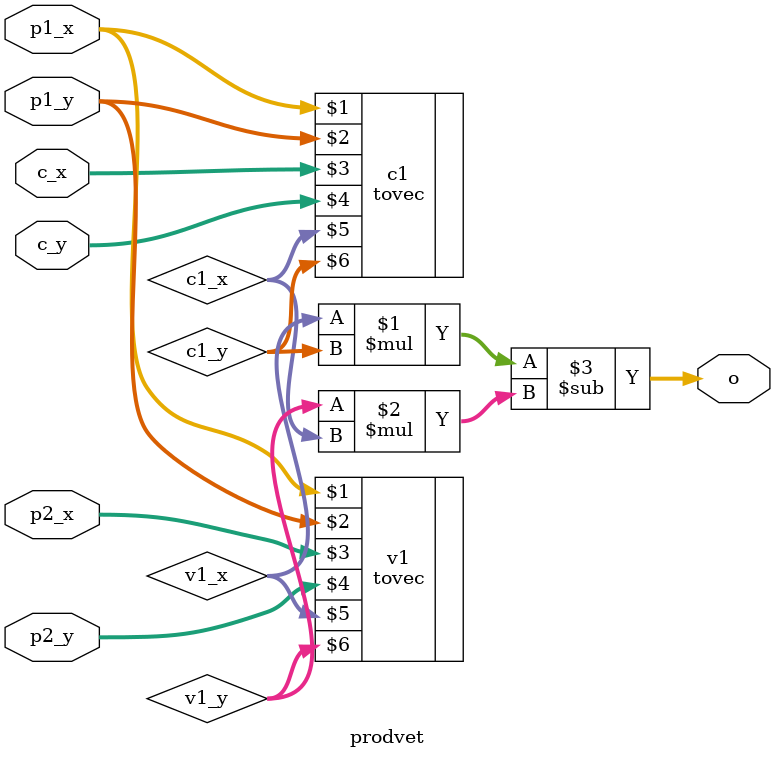
<source format=v>
module prodvet(
	       input [10:0] 	    p1_x,
	       input [10:0] 	    p1_y,
	       input [10:0] 	    p2_x,
	       input [10:0] 	    p2_y,
	       input [10:0] 	    c_x,
	       input [10:0] 	    c_y,
	       output signed [23:0] o);
   
   wire signed [11:0] 		    v1_x;
   wire signed [11:0] 		    v1_y;

   tovec v1(p1_x, p1_y, p2_x, p2_y, v1_x, v1_y); //p2 - p1

   wire signed [11:0] 		    c1_x;
   wire signed [11:0] 		    c1_y;
   
   tovec c1(p1_x, p1_y, c_x, c_y, c1_x, c1_y); // c - p1
   
   assign o = v1_x * c1_y - v1_y * c1_x;
   
endmodule

</source>
